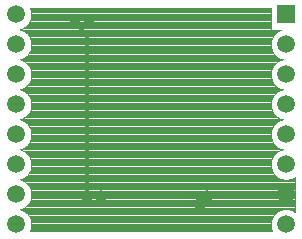
<source format=gbr>
G04 DipTrace 3.0.0.2*
G04 Bottom.gbr*
%MOIN*%
G04 #@! TF.FileFunction,Copper,L2,Bot*
G04 #@! TF.Part,Single*
G04 #@! TA.AperFunction,Conductor*
%ADD14C,0.012992*%
G04 #@! TA.AperFunction,CopperBalancing*
%ADD15C,0.003937*%
G04 #@! TA.AperFunction,ComponentPad*
%ADD16C,0.059055*%
%ADD17R,0.059055X0.059055*%
G04 #@! TA.AperFunction,ViaPad*
%ADD19C,0.04*%
%FSLAX26Y26*%
G04*
G70*
G90*
G75*
G01*
G04 Bottom*
%LPD*%
X636929Y1112913D2*
D14*
X676693Y1073150D1*
Y537717D1*
X679055Y535354D1*
X760945D1*
X1077874D1*
X1084173Y541654D1*
X1340079D1*
X724331Y537323D2*
Y535354D1*
X760945D1*
D19*
X636929Y1112913D3*
X676693Y537717D3*
X1077874Y535354D3*
X681811Y1112913D3*
X724331Y537323D3*
X1052677Y509764D3*
X488463Y1159895D2*
D15*
X1288349D1*
X489740Y1156089D2*
X1288349D1*
X490701Y1152283D2*
X1288349D1*
X491354Y1148478D2*
X1288349D1*
X491724Y1144672D2*
X1288349D1*
X491808Y1140866D2*
X1288349D1*
X491608Y1137060D2*
X1288349D1*
X491116Y1133255D2*
X1288349D1*
X490339Y1129449D2*
X1288349D1*
X489248Y1125643D2*
X1288349D1*
X487833Y1121837D2*
X1288349D1*
X486056Y1118031D2*
X1288349D1*
X483873Y1114226D2*
X1288349D1*
X481220Y1110420D2*
X1288349D1*
X477998Y1106614D2*
X1288349D1*
X474038Y1102808D2*
X1288349D1*
X469047Y1099003D2*
X1288349D1*
X462319Y1095197D2*
X1288349D1*
X453192Y1091391D2*
X1288349D1*
X463403Y1087585D2*
X1316754D1*
X469816Y1083780D2*
X1310341D1*
X474638Y1079974D2*
X1305520D1*
X478475Y1076168D2*
X1301683D1*
X481612Y1072362D2*
X1298546D1*
X484196Y1068556D2*
X1295962D1*
X486326Y1064751D2*
X1293832D1*
X488048Y1060945D2*
X1292110D1*
X489417Y1057139D2*
X1290741D1*
X490462Y1053333D2*
X1289695D1*
X491201Y1049528D2*
X1288957D1*
X491647Y1045722D2*
X1288511D1*
X491808Y1041916D2*
X1288349D1*
X491685Y1038110D2*
X1288472D1*
X491285Y1034304D2*
X1288872D1*
X490585Y1030499D2*
X1289572D1*
X489586Y1026693D2*
X1290572D1*
X488256Y1022887D2*
X1291902D1*
X486579Y1019081D2*
X1293578D1*
X484518Y1015276D2*
X1295639D1*
X482004Y1011470D2*
X1298153D1*
X478951Y1007664D2*
X1301206D1*
X475214Y1003858D2*
X1304943D1*
X470554Y1000052D2*
X1309603D1*
X464426Y996247D2*
X1315732D1*
X455091Y992441D2*
X1325067D1*
X461166Y988635D2*
X1318992D1*
X468248Y984829D2*
X1311910D1*
X473423Y981024D2*
X1306735D1*
X477498Y977218D2*
X1302659D1*
X480812Y973412D2*
X1299345D1*
X483534Y969606D2*
X1296623D1*
X485780Y965801D2*
X1294378D1*
X487610Y961995D2*
X1292548D1*
X489078Y958189D2*
X1291079D1*
X490209Y954383D2*
X1289949D1*
X491031Y950577D2*
X1289126D1*
X491554Y946772D2*
X1288603D1*
X491793Y942966D2*
X1288365D1*
X491747Y939160D2*
X1288411D1*
X491424Y935354D2*
X1288734D1*
X490808Y931549D2*
X1289349D1*
X489893Y927743D2*
X1290264D1*
X488655Y923937D2*
X1291502D1*
X487079Y920131D2*
X1293078D1*
X485126Y916325D2*
X1295032D1*
X482742Y912520D2*
X1297415D1*
X479851Y908714D2*
X1300307D1*
X476322Y904908D2*
X1303836D1*
X471954Y901102D2*
X1308204D1*
X466318Y897297D2*
X1313840D1*
X458251Y893491D2*
X1321906D1*
X458597Y889685D2*
X1321560D1*
X466541Y885879D2*
X1313617D1*
X472123Y882073D2*
X1308034D1*
X476460Y878268D2*
X1303698D1*
X479959Y874462D2*
X1300199D1*
X482834Y870656D2*
X1297323D1*
X485203Y866850D2*
X1294955D1*
X487141Y863045D2*
X1293017D1*
X488702Y859239D2*
X1291456D1*
X489924Y855433D2*
X1290233D1*
X490832Y851627D2*
X1289326D1*
X491439Y847822D2*
X1288718D1*
X491754Y844016D2*
X1288403D1*
X491793Y840210D2*
X1288365D1*
X491539Y836404D2*
X1288619D1*
X491008Y832598D2*
X1289149D1*
X490170Y828793D2*
X1289987D1*
X489032Y824987D2*
X1291125D1*
X487556Y821181D2*
X1292602D1*
X485710Y817375D2*
X1294447D1*
X483450Y813570D2*
X1296708D1*
X480705Y809764D2*
X1299453D1*
X477367Y805958D2*
X1302790D1*
X473261Y802152D2*
X1306896D1*
X468040Y798346D2*
X1312118D1*
X460866Y794541D2*
X1319292D1*
X455529Y790735D2*
X1324628D1*
X464672Y786929D2*
X1315486D1*
X470739Y783123D2*
X1309419D1*
X475360Y779318D2*
X1304797D1*
X479067Y775512D2*
X1301091D1*
X482096Y771706D2*
X1298061D1*
X484595Y767900D2*
X1295562D1*
X486648Y764094D2*
X1293509D1*
X488309Y760289D2*
X1291848D1*
X489624Y756483D2*
X1290533D1*
X490616Y752677D2*
X1289541D1*
X491301Y748871D2*
X1288857D1*
X491700Y745066D2*
X1288457D1*
X491808Y741260D2*
X1288349D1*
X491639Y737454D2*
X1288519D1*
X491185Y733648D2*
X1288972D1*
X490432Y729843D2*
X1289726D1*
X489378Y726037D2*
X1290779D1*
X487994Y722231D2*
X1292163D1*
X486256Y718425D2*
X1293901D1*
X484119Y714619D2*
X1296039D1*
X481512Y710814D2*
X1298646D1*
X478359Y707008D2*
X1301798D1*
X474491Y703202D2*
X1305666D1*
X469624Y699396D2*
X1310533D1*
X463142Y695591D2*
X1317016D1*
X452669Y691785D2*
X1327489D1*
X462596Y687979D2*
X1317562D1*
X469240Y684173D2*
X1310918D1*
X474192Y680367D2*
X1305966D1*
X478113Y676562D2*
X1302044D1*
X481320Y672756D2*
X1298838D1*
X483949Y668950D2*
X1296208D1*
X486118Y665144D2*
X1294040D1*
X487886Y661339D2*
X1292271D1*
X489294Y657533D2*
X1290864D1*
X490370Y653727D2*
X1289787D1*
X491139Y649921D2*
X1289018D1*
X491616Y646115D2*
X1288542D1*
X491808Y642310D2*
X1288349D1*
X491716Y638504D2*
X1288442D1*
X491339Y634698D2*
X1288818D1*
X490670Y630892D2*
X1289487D1*
X489701Y627087D2*
X1290456D1*
X488409Y623281D2*
X1291748D1*
X486771Y619475D2*
X1293386D1*
X484749Y615669D2*
X1295408D1*
X482281Y611864D2*
X1297877D1*
X479290Y608058D2*
X1300868D1*
X475637Y604252D2*
X1304520D1*
X471093Y600446D2*
X1309065D1*
X465156Y596640D2*
X1315001D1*
X1365163D2*
X1368035D1*
X456360Y592835D2*
X1323798D1*
X1356358D2*
X1368035D1*
X460251Y589029D2*
X1368035D1*
X467625Y585223D2*
X1368035D1*
X472946Y581417D2*
X1368035D1*
X477114Y577612D2*
X1368035D1*
X480497Y573806D2*
X1368035D1*
X483273Y570000D2*
X1368035D1*
X485564Y566194D2*
X1368035D1*
X487440Y562388D2*
X1368035D1*
X488940Y558583D2*
X1368035D1*
X490109Y554777D2*
X1368035D1*
X490955Y550971D2*
X1368035D1*
X491516Y547165D2*
X1368035D1*
X491785Y543360D2*
X1368035D1*
X491770Y539554D2*
X1368035D1*
X491470Y535748D2*
X1368035D1*
X490885Y531942D2*
X1368035D1*
X490001Y528136D2*
X1368035D1*
X488802Y524331D2*
X1368035D1*
X487264Y520525D2*
X1368035D1*
X485349Y516719D2*
X1368035D1*
X483011Y512913D2*
X1368035D1*
X480174Y509108D2*
X1368035D1*
X476721Y505302D2*
X1368035D1*
X472454Y501496D2*
X1368035D1*
X466986Y497690D2*
X1368035D1*
X459282Y493885D2*
X1368035D1*
X457521Y490079D2*
X1322637D1*
X1357519D2*
X1368035D1*
X465864Y486273D2*
X1314294D1*
X1365862D2*
X1368035D1*
X471616Y482467D2*
X1308542D1*
X476052Y478661D2*
X1304105D1*
X479628Y474856D2*
X1300529D1*
X482565Y471050D2*
X1297592D1*
X484980Y467244D2*
X1295178D1*
X486956Y463438D2*
X1293201D1*
X488563Y459633D2*
X1291594D1*
X489817Y455827D2*
X1290341D1*
X490755Y452021D2*
X1289403D1*
X491393Y448215D2*
X1288765D1*
X491739Y444409D2*
X1288419D1*
X491800Y440604D2*
X1288357D1*
X491577Y436798D2*
X1288580D1*
X491078Y432992D2*
X1289080D1*
X490278Y429186D2*
X1289880D1*
X489163Y425381D2*
X1290995D1*
X487725Y421575D2*
X1292432D1*
X491380Y439686D2*
X491078Y435761D1*
X490477Y431871D1*
X489579Y428039D1*
X488391Y424287D1*
X486918Y420636D1*
X486423Y419586D1*
X498346Y419606D1*
X1293722D1*
X1292419Y422570D1*
X1291097Y426278D1*
X1290063Y430075D1*
X1289323Y433941D1*
X1288881Y437852D1*
X1288740Y441786D1*
X1288901Y445719D1*
X1289363Y449628D1*
X1290123Y453490D1*
X1291177Y457282D1*
X1292518Y460982D1*
X1294138Y464569D1*
X1296029Y468022D1*
X1298179Y471319D1*
X1300575Y474442D1*
X1303203Y477372D1*
X1306047Y480092D1*
X1309092Y482586D1*
X1312319Y484840D1*
X1315709Y486840D1*
X1319243Y488574D1*
X1322899Y490032D1*
X1326656Y491206D1*
X1330491Y492089D1*
X1334384Y492675D1*
X1338309Y492962D1*
X1342245Y492946D1*
X1346168Y492630D1*
X1350056Y492013D1*
X1353885Y491101D1*
X1357632Y489898D1*
X1361277Y488411D1*
X1364797Y486650D1*
X1368172Y484624D1*
X1368432Y484446D1*
X1368425Y598855D1*
X1366276Y597502D1*
X1362817Y595625D1*
X1359224Y594018D1*
X1355518Y592691D1*
X1351721Y591653D1*
X1347856Y590908D1*
X1343946Y590461D1*
X1340013Y590315D1*
X1336080Y590471D1*
X1332170Y590928D1*
X1328307Y591683D1*
X1324513Y592731D1*
X1320811Y594068D1*
X1317222Y595684D1*
X1313767Y597570D1*
X1310467Y599715D1*
X1307342Y602107D1*
X1304408Y604731D1*
X1301684Y607573D1*
X1299186Y610614D1*
X1296928Y613838D1*
X1294924Y617226D1*
X1293185Y620757D1*
X1291722Y624411D1*
X1290543Y628167D1*
X1289656Y632001D1*
X1289064Y635893D1*
X1288773Y639818D1*
X1288783Y643754D1*
X1289095Y647678D1*
X1289706Y651566D1*
X1290614Y655396D1*
X1291812Y659145D1*
X1293294Y662791D1*
X1295051Y666314D1*
X1297072Y669691D1*
X1299347Y672903D1*
X1301860Y675932D1*
X1304599Y678759D1*
X1307546Y681368D1*
X1310684Y683744D1*
X1313995Y685872D1*
X1317460Y687741D1*
X1321057Y689338D1*
X1324766Y690655D1*
X1328438Y691653D1*
X1324513Y692731D1*
X1320811Y694068D1*
X1317222Y695684D1*
X1313767Y697570D1*
X1310467Y699715D1*
X1307342Y702107D1*
X1304408Y704731D1*
X1301684Y707573D1*
X1299186Y710614D1*
X1296928Y713838D1*
X1294924Y717226D1*
X1293185Y720757D1*
X1291722Y724411D1*
X1290543Y728167D1*
X1289656Y732001D1*
X1289064Y735893D1*
X1288773Y739818D1*
X1288783Y743754D1*
X1289095Y747678D1*
X1289706Y751566D1*
X1290614Y755396D1*
X1291812Y759145D1*
X1293294Y762791D1*
X1295051Y766314D1*
X1297072Y769691D1*
X1299347Y772903D1*
X1301860Y775932D1*
X1304599Y778759D1*
X1307546Y781368D1*
X1310684Y783744D1*
X1313995Y785872D1*
X1317460Y787741D1*
X1321057Y789338D1*
X1324766Y790655D1*
X1328438Y791653D1*
X1324513Y792731D1*
X1320811Y794068D1*
X1317222Y795684D1*
X1313767Y797570D1*
X1310467Y799715D1*
X1307342Y802107D1*
X1304408Y804731D1*
X1301684Y807573D1*
X1299186Y810614D1*
X1296928Y813838D1*
X1294924Y817226D1*
X1293185Y820757D1*
X1291722Y824411D1*
X1290543Y828167D1*
X1289656Y832001D1*
X1289064Y835893D1*
X1288773Y839818D1*
X1288783Y843754D1*
X1289095Y847678D1*
X1289706Y851566D1*
X1290614Y855396D1*
X1291812Y859145D1*
X1293294Y862791D1*
X1295051Y866314D1*
X1297072Y869691D1*
X1299347Y872903D1*
X1301860Y875932D1*
X1304599Y878759D1*
X1307546Y881368D1*
X1310684Y883744D1*
X1313995Y885872D1*
X1317460Y887741D1*
X1321057Y889338D1*
X1324766Y890655D1*
X1328438Y891653D1*
X1324513Y892731D1*
X1320811Y894068D1*
X1317222Y895684D1*
X1313767Y897570D1*
X1310467Y899715D1*
X1307342Y902107D1*
X1304408Y904731D1*
X1301684Y907573D1*
X1299186Y910614D1*
X1296928Y913838D1*
X1294924Y917226D1*
X1293185Y920757D1*
X1291722Y924411D1*
X1290543Y928167D1*
X1289656Y932001D1*
X1289064Y935893D1*
X1288773Y939818D1*
X1288783Y943754D1*
X1289095Y947678D1*
X1289706Y951566D1*
X1290614Y955396D1*
X1291812Y959145D1*
X1293294Y962791D1*
X1295051Y966314D1*
X1297072Y969691D1*
X1299347Y972903D1*
X1301860Y975932D1*
X1304599Y978759D1*
X1307546Y981368D1*
X1310684Y983744D1*
X1313995Y985872D1*
X1317460Y987741D1*
X1321057Y989338D1*
X1324766Y990655D1*
X1328438Y991653D1*
X1324513Y992731D1*
X1320811Y994068D1*
X1317222Y995684D1*
X1313767Y997570D1*
X1310467Y999715D1*
X1307342Y1002107D1*
X1304408Y1004731D1*
X1301684Y1007573D1*
X1299186Y1010614D1*
X1296928Y1013838D1*
X1294924Y1017226D1*
X1293185Y1020757D1*
X1291722Y1024411D1*
X1290543Y1028167D1*
X1289656Y1032001D1*
X1289064Y1035893D1*
X1288773Y1039818D1*
X1288783Y1043754D1*
X1289095Y1047678D1*
X1289706Y1051566D1*
X1290614Y1055396D1*
X1291812Y1059145D1*
X1293294Y1062791D1*
X1295051Y1066314D1*
X1297072Y1069691D1*
X1299347Y1072903D1*
X1301860Y1075932D1*
X1304599Y1078759D1*
X1307546Y1081368D1*
X1310684Y1083744D1*
X1313995Y1085872D1*
X1317460Y1087741D1*
X1321057Y1089338D1*
X1323752Y1090317D1*
X1288740Y1090315D1*
Y1163711D1*
X1025906Y1163701D1*
X486435D1*
X487788Y1160614D1*
X489100Y1156903D1*
X490124Y1153103D1*
X490854Y1149235D1*
X491286Y1145323D1*
X491417Y1141654D1*
X491266Y1137720D1*
X490815Y1133810D1*
X490065Y1129946D1*
X489021Y1126151D1*
X487689Y1122447D1*
X486078Y1118856D1*
X484196Y1115399D1*
X482055Y1112096D1*
X479667Y1108967D1*
X477047Y1106030D1*
X474209Y1103303D1*
X471171Y1100801D1*
X467949Y1098539D1*
X464564Y1096530D1*
X461036Y1094787D1*
X457383Y1093319D1*
X453630Y1092136D1*
X451729Y1091654D1*
X455770Y1090535D1*
X459469Y1089190D1*
X463054Y1087564D1*
X466504Y1085669D1*
X469798Y1083515D1*
X472918Y1081115D1*
X475845Y1078484D1*
X478561Y1075635D1*
X481051Y1072587D1*
X483301Y1069357D1*
X485296Y1065965D1*
X487026Y1062429D1*
X488480Y1058771D1*
X489649Y1055013D1*
X490527Y1051176D1*
X491108Y1047283D1*
X491389Y1043357D1*
X491380Y1039686D1*
X491078Y1035761D1*
X490477Y1031871D1*
X489579Y1028039D1*
X488391Y1024287D1*
X486918Y1020636D1*
X485170Y1017110D1*
X483157Y1013727D1*
X480891Y1010509D1*
X478385Y1007474D1*
X475654Y1004639D1*
X472714Y1002023D1*
X469582Y999639D1*
X466276Y997502D1*
X462817Y995625D1*
X459224Y994018D1*
X455518Y992691D1*
X451729Y991654D1*
X455770Y990535D1*
X459469Y989190D1*
X463054Y987564D1*
X466504Y985669D1*
X469798Y983515D1*
X472918Y981115D1*
X475845Y978484D1*
X478561Y975635D1*
X481051Y972587D1*
X483301Y969357D1*
X485296Y965965D1*
X487026Y962429D1*
X488480Y958771D1*
X489649Y955013D1*
X490527Y951176D1*
X491108Y947283D1*
X491389Y943357D1*
X491380Y939686D1*
X491078Y935761D1*
X490477Y931871D1*
X489579Y928039D1*
X488391Y924287D1*
X486918Y920636D1*
X485170Y917110D1*
X483157Y913727D1*
X480891Y910509D1*
X478385Y907474D1*
X475654Y904639D1*
X472714Y902023D1*
X469582Y899639D1*
X466276Y897502D1*
X462817Y895625D1*
X459224Y894018D1*
X455518Y892691D1*
X451729Y891654D1*
X455770Y890535D1*
X459469Y889190D1*
X463054Y887564D1*
X466504Y885669D1*
X469798Y883515D1*
X472918Y881115D1*
X475845Y878484D1*
X478561Y875635D1*
X481051Y872587D1*
X483301Y869357D1*
X485296Y865965D1*
X487026Y862429D1*
X488480Y858771D1*
X489649Y855013D1*
X490527Y851176D1*
X491108Y847283D1*
X491389Y843357D1*
X491380Y839686D1*
X491078Y835761D1*
X490477Y831871D1*
X489579Y828039D1*
X488391Y824287D1*
X486918Y820636D1*
X485170Y817110D1*
X483157Y813727D1*
X480891Y810509D1*
X478385Y807474D1*
X475654Y804639D1*
X472714Y802023D1*
X469582Y799639D1*
X466276Y797502D1*
X462817Y795625D1*
X459224Y794018D1*
X455518Y792691D1*
X451729Y791654D1*
X455770Y790535D1*
X459469Y789190D1*
X463054Y787564D1*
X466504Y785669D1*
X469798Y783515D1*
X472918Y781115D1*
X475845Y778484D1*
X478561Y775635D1*
X481051Y772587D1*
X483301Y769357D1*
X485296Y765965D1*
X487026Y762429D1*
X488480Y758771D1*
X489649Y755013D1*
X490527Y751176D1*
X491108Y747283D1*
X491389Y743357D1*
X491380Y739686D1*
X491078Y735761D1*
X490477Y731871D1*
X489579Y728039D1*
X488391Y724287D1*
X486918Y720636D1*
X485170Y717110D1*
X483157Y713727D1*
X480891Y710509D1*
X478385Y707474D1*
X475654Y704639D1*
X472714Y702023D1*
X469582Y699639D1*
X466276Y697502D1*
X462817Y695625D1*
X459224Y694018D1*
X455518Y692691D1*
X451729Y691654D1*
X455770Y690535D1*
X459469Y689190D1*
X463054Y687564D1*
X466504Y685669D1*
X469798Y683515D1*
X472918Y681115D1*
X475845Y678484D1*
X478561Y675635D1*
X481051Y672587D1*
X483301Y669357D1*
X485296Y665965D1*
X487026Y662429D1*
X488480Y658771D1*
X489649Y655013D1*
X490527Y651176D1*
X491108Y647283D1*
X491389Y643357D1*
X491380Y639686D1*
X491078Y635761D1*
X490477Y631871D1*
X489579Y628039D1*
X488391Y624287D1*
X486918Y620636D1*
X485170Y617110D1*
X483157Y613727D1*
X480891Y610509D1*
X478385Y607474D1*
X475654Y604639D1*
X472714Y602023D1*
X469582Y599639D1*
X466276Y597502D1*
X462817Y595625D1*
X459224Y594018D1*
X455518Y592691D1*
X451729Y591654D1*
X455770Y590535D1*
X459469Y589190D1*
X463054Y587564D1*
X466504Y585669D1*
X469798Y583515D1*
X472918Y581115D1*
X475845Y578484D1*
X478561Y575635D1*
X481051Y572587D1*
X483301Y569357D1*
X485296Y565965D1*
X487026Y562429D1*
X488480Y558771D1*
X489649Y555013D1*
X490527Y551176D1*
X491108Y547283D1*
X491389Y543357D1*
X491380Y539686D1*
X491078Y535761D1*
X490477Y531871D1*
X489579Y528039D1*
X488391Y524287D1*
X486918Y520636D1*
X485170Y517110D1*
X483157Y513727D1*
X480891Y510509D1*
X478385Y507474D1*
X475654Y504639D1*
X472714Y502023D1*
X469582Y499639D1*
X466276Y497502D1*
X462817Y495625D1*
X459224Y494018D1*
X455518Y492691D1*
X451729Y491654D1*
X455770Y490535D1*
X459469Y489190D1*
X463054Y487564D1*
X466504Y485669D1*
X469798Y483515D1*
X472918Y481115D1*
X475845Y478484D1*
X478561Y475635D1*
X481051Y472587D1*
X483301Y469357D1*
X485296Y465965D1*
X487026Y462429D1*
X488480Y458771D1*
X489649Y455013D1*
X490527Y451176D1*
X491108Y447283D1*
X491389Y443357D1*
X491380Y439686D1*
D16*
X440079Y441654D3*
Y541654D3*
Y641654D3*
Y741654D3*
Y841654D3*
Y941654D3*
Y1041654D3*
Y1141654D3*
D17*
X1340079D3*
D16*
Y1041654D3*
Y941654D3*
Y841654D3*
Y741654D3*
Y641654D3*
Y541654D3*
Y441654D3*
M02*

</source>
